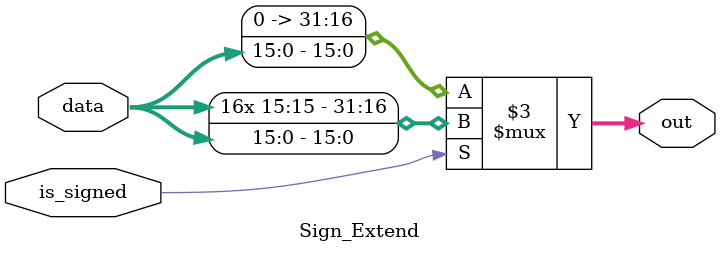
<source format=sv>
module Sign_Extend(input logic [15:0] data, input logic is_signed, output logic [31:0] out );

always_comb begin
	if(is_signed) out = {{16{data[15]}},data};
	else out = {16'b0,data};
end
endmodule 
</source>
